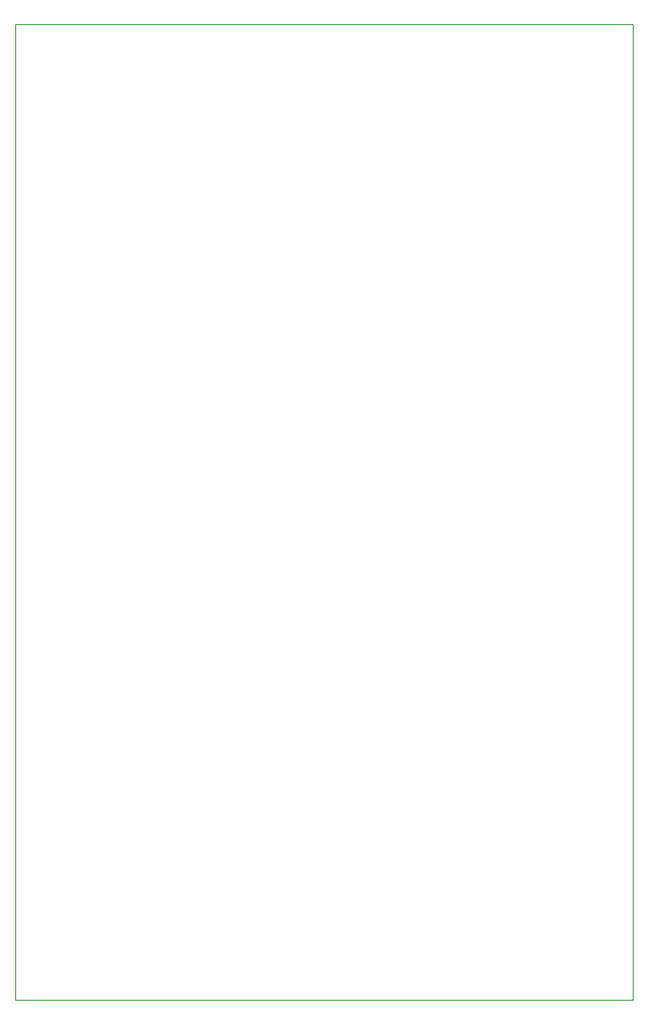
<source format=gbr>
%TF.GenerationSoftware,Altium Limited,Altium Designer,24.10.1 (45)*%
G04 Layer_Color=0*
%FSLAX25Y25*%
%MOIN*%
%TF.SameCoordinates,F49E7BB8-28A7-4C0D-84C7-1FE184DCB0B3*%
%TF.FilePolarity,Positive*%
%TF.FileFunction,Profile,NP*%
%TF.Part,Single*%
G01*
G75*
%TA.AperFunction,Profile*%
%ADD78C,0.00100*%
D78*
X241000Y104000D02*
X470500D01*
Y466500D01*
X241000D01*
Y104000D01*
%TF.MD5,c3957071a2f964cf23b56e31915233c0*%
M02*

</source>
